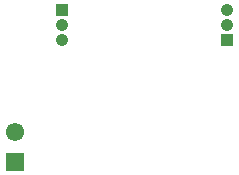
<source format=gbl>
G04*
G04 #@! TF.GenerationSoftware,Altium Limited,Altium Designer,25.2.1 (25)*
G04*
G04 Layer_Physical_Order=2*
G04 Layer_Color=16711680*
%FSLAX44Y44*%
%MOMM*%
G71*
G04*
G04 #@! TF.SameCoordinates,812CEA7C-EAD6-410B-90F9-CE58292C2D17*
G04*
G04*
G04 #@! TF.FilePolarity,Positive*
G04*
G01*
G75*
%ADD16R,1.0500X1.0500*%
%ADD17C,1.0500*%
%ADD21C,1.5500*%
%ADD22R,1.5500X1.5500*%
D16*
X90000Y252700D02*
D03*
X230000Y227300D02*
D03*
D17*
X90000Y240000D02*
D03*
Y227300D02*
D03*
X230000Y240000D02*
D03*
Y252700D02*
D03*
D21*
X50000Y150000D02*
D03*
D22*
Y124600D02*
D03*
M02*

</source>
